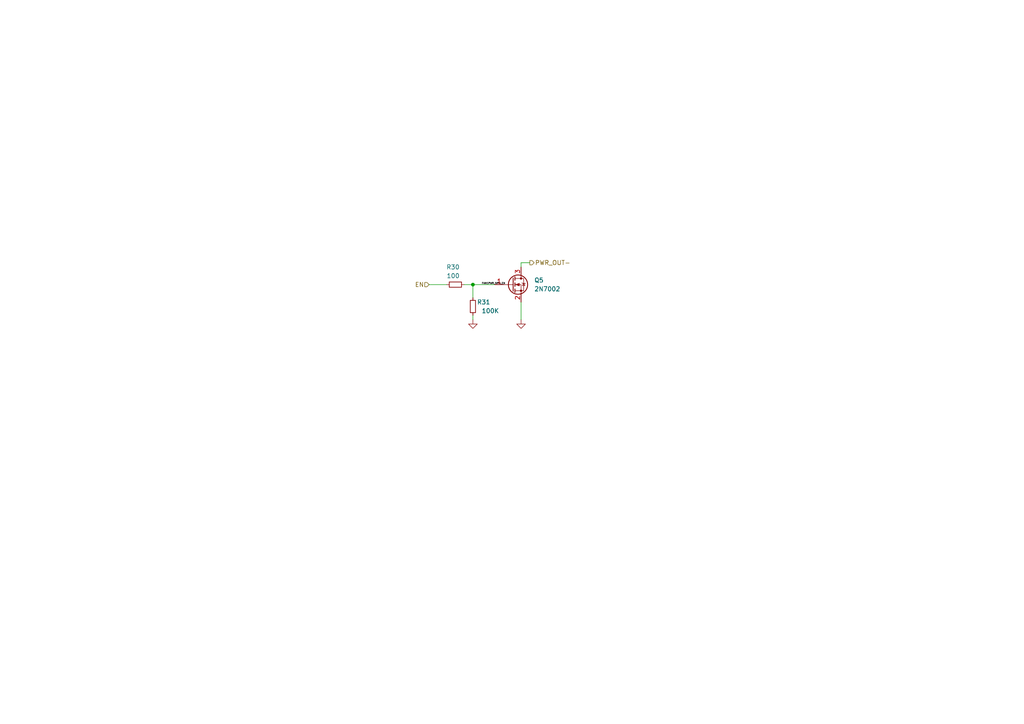
<source format=kicad_sch>
(kicad_sch (version 20211123) (generator eeschema)
  (paper "A4")
  (lib_symbols
    (symbol "Device:R_Small" (pin_numbers hide) (pin_names (offset 0.254) hide)
      (property "Reference" "R" (at 0.762 0.508 0))
      (property "Value" "R_Small" (at 0.762 -1.016 0))
      (symbol "R_Small_0_1"
        (rectangle (start -0.762 1.778) (end 0.762 -1.778) (stroke (width 0.2032)))
      )
      (symbol "R_Small_1_1"
        (pin passive line (at 0 2.54 270) (length 0.762) (name "~") (number "1"))
        (pin passive line (at 0 -2.54 90) (length 0.762) (name "~") (number "2"))
      )
    )
    (symbol "Transistor_FET:2N7002" (pin_names hide)
      (property "Reference" "Q" (at 5.08 1.905 0))
      (property "Value" "2N7002" (at 5.08 0 0))
      (symbol "2N7002_0_1"
        (polyline (pts (xy 0.254 0) (xy -2.54 0)))
        (polyline (pts (xy 0.254 1.905) (xy 0.254 -1.905)) (stroke (width 0.254)))
        (polyline (pts (xy 0.762 -1.27) (xy 0.762 -2.286)) (stroke (width 0.254)))
        (polyline (pts (xy 0.762 0.508) (xy 0.762 -0.508)) (stroke (width 0.254)))
        (polyline (pts (xy 0.762 2.286) (xy 0.762 1.27)) (stroke (width 0.254)))
        (polyline (pts (xy 2.54 2.54) (xy 2.54 1.778)))
        (polyline (pts (xy 2.54 -2.54) (xy 2.54 0) (xy 0.762 0)))
        (polyline (pts (xy 0.762 -1.778) (xy 3.302 -1.778) (xy 3.302 1.778) (xy 0.762 1.778)))
        (polyline (pts (xy 1.016 0) (xy 2.032 0.381) (xy 2.032 -0.381) (xy 1.016 0)) (fill (type outline)))
        (polyline (pts (xy 2.794 0.508) (xy 2.921 0.381) (xy 3.683 0.381) (xy 3.81 0.254)))
        (polyline (pts (xy 3.302 0.381) (xy 2.921 -0.254) (xy 3.683 -0.254) (xy 3.302 0.381)))
        (circle (center 1.651 0) (radius 2.794) (stroke (width 0.254)))
        (circle (center 2.54 -1.778) (radius 0.254) (fill (type outline)))
        (circle (center 2.54 1.778) (radius 0.254) (fill (type outline)))
      )
      (symbol "2N7002_1_1"
        (pin input line (at -5.08 0 0) (length 2.54) (name "G") (number "1"))
        (pin passive line (at 2.54 -5.08 90) (length 2.54) (name "S") (number "2"))
        (pin passive line (at 2.54 5.08 270) (length 2.54) (name "D") (number "3"))
      )
    )
    (symbol "power:GND" (power) (pin_names (offset 0))
      (property "Value" "GND" (at 0 -3.81 0))
      (symbol "GND_0_1"
        (polyline (pts (xy 0 0) (xy 0 -1.27) (xy 1.27 -1.27) (xy 0 -2.54) (xy -1.27 -1.27) (xy 0 -1.27)))
      )
      (symbol "GND_1_1"
        (pin power_in line (at 0 0 270) (length 0) hide (name "GND") (number "1"))
      )
    )
  )
  (junction (at 137.16 82.55))
  (wire (pts (xy 134.62 82.55) (xy 137.16 82.55)))
  (wire (pts (xy 137.16 82.55) (xy 137.16 86.36)))
  (wire (pts (xy 151.13 76.2) (xy 151.13 77.47)))
  (wire (pts (xy 151.13 92.71) (xy 151.13 87.63)))
  (wire (pts (xy 137.16 82.55) (xy 143.51 82.55)))
  (wire (pts (xy 153.67 76.2) (xy 151.13 76.2)))
  (wire (pts (xy 137.16 91.44) (xy 137.16 92.71)))
  (wire (pts (xy 124.46 82.55) (xy 129.54 82.55)))
  (label "FAN1PWR_NPN_EN" (at 139.7 82.55 0) (effects (font (size 0.5 0.5))))
  (hierarchical_label "EN" (shape input) (at 124.46 82.55 180))
  (hierarchical_label "PWR_OUT-" (shape output) (at 153.67 76.2 0))
  (symbol (lib_id "power:GND") (at 137.16 92.71 0) (unit 1)
    (property "Reference" "#PWR0143" (effects hide))
    (property "Value" "GND" (effects hide))
  )
  (symbol (lib_id "power:GND") (at 151.13 92.71 0) (unit 1)
    (property "Reference" "#PWR0142" (effects hide))
    (property "Value" "GND" (effects hide))
  )
  (symbol (lib_id "Device:R_Small") (at 132.08 82.55 90) (unit 1)
    (property "Reference" "R30" (at 133.35 77.47 90) (effects (justify left)))
    (property "Value" "100" (at 133.35 80.01 90) (effects (justify left)))
    (property "Footprint" "Resistor_SMD:R_0402_1005Metric_Pad0.72x0.64mm_HandSolder" (effects hide))
  )
  (symbol (lib_id "Transistor_FET:2N7002") (at 148.59 82.55 0) (unit 1)
    (property "Reference" "Q5" (at 154.94 81.2799 0) (effects (justify left)))
    (property "Value" "2N7002" (at 154.94 83.8199 0) (effects (justify left)))
    (property "Footprint" "Package_TO_SOT_SMD:SOT-23" (effects hide))
    (property "Datasheet" "https://www.onsemi.com/pub/Collateral/NDS7002A-D.PDF" (effects hide))
  )
  (symbol (lib_id "Device:R_Small") (at 137.16 88.9 180) (unit 1)
    (property "Reference" "R31" (at 142.24 87.63 0) (effects (justify left)))
    (property "Value" "100K" (at 144.78 90.17 0) (effects (justify left)))
    (property "Footprint" "Resistor_SMD:R_0402_1005Metric_Pad0.72x0.64mm_HandSolder" (effects hide))
  )
)
</source>
